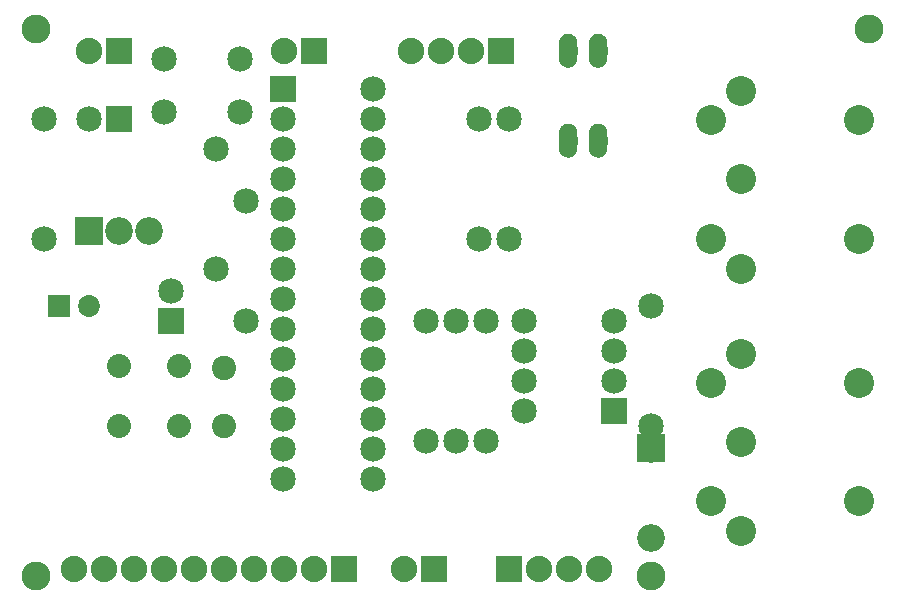
<source format=gbs>
G04 MADE WITH FRITZING*
G04 WWW.FRITZING.ORG*
G04 DOUBLE SIDED*
G04 HOLES PLATED*
G04 CONTOUR ON CENTER OF CONTOUR VECTOR*
%ASAXBY*%
%FSLAX23Y23*%
%MOIN*%
%OFA0B0*%
%SFA1.0B1.0*%
%ADD10C,0.085000*%
%ADD11C,0.072992*%
%ADD12C,0.096614*%
%ADD13C,0.088000*%
%ADD14C,0.080000*%
%ADD15C,0.080925*%
%ADD16C,0.080866*%
%ADD17C,0.092000*%
%ADD18C,0.100000*%
%ADD19C,0.062000*%
%ADD20R,0.072992X0.072992*%
%ADD21R,0.088000X0.088000*%
%ADD22R,0.085000X0.085000*%
%ADD23R,0.092000X0.092000*%
%ADD24R,0.001000X0.001000*%
%LNMASK0*%
G90*
G70*
G54D10*
X786Y910D03*
X786Y1310D03*
X111Y1185D03*
X111Y1585D03*
G54D11*
X162Y960D03*
X261Y960D03*
G54D12*
X2861Y1885D03*
X2136Y60D03*
X86Y60D03*
X86Y1885D03*
G54D13*
X1011Y1810D03*
X911Y1810D03*
X1661Y85D03*
X1761Y85D03*
X1861Y85D03*
X1961Y85D03*
G54D10*
X910Y1684D03*
X1210Y1684D03*
X910Y1584D03*
X1210Y1584D03*
X910Y1484D03*
X1210Y1484D03*
X910Y1384D03*
X1210Y1384D03*
X910Y1284D03*
X1210Y1284D03*
X910Y1184D03*
X1210Y1184D03*
X910Y1084D03*
X1210Y1084D03*
X910Y984D03*
X1210Y984D03*
X910Y884D03*
X1210Y884D03*
X910Y784D03*
X1210Y784D03*
X910Y684D03*
X1210Y684D03*
X910Y584D03*
X1210Y584D03*
X910Y484D03*
X1210Y484D03*
X910Y384D03*
X1210Y384D03*
G54D14*
X561Y760D03*
X361Y760D03*
X561Y560D03*
X361Y560D03*
G54D10*
X686Y1085D03*
X686Y1485D03*
X767Y1608D03*
X511Y1608D03*
X767Y1785D03*
X511Y1785D03*
G54D15*
X711Y753D03*
G54D16*
X711Y560D03*
G54D17*
X261Y1210D03*
X361Y1210D03*
X461Y1210D03*
G54D10*
X361Y1585D03*
X261Y1585D03*
X536Y910D03*
X536Y1010D03*
G54D13*
X361Y1810D03*
X261Y1810D03*
X1636Y1810D03*
X1536Y1810D03*
X1436Y1810D03*
X1336Y1810D03*
X1411Y85D03*
X1311Y85D03*
G54D10*
X1386Y910D03*
X1386Y510D03*
G54D13*
X1111Y85D03*
X1011Y85D03*
X911Y85D03*
X811Y85D03*
X711Y85D03*
X611Y85D03*
X511Y85D03*
X411Y85D03*
X311Y85D03*
X211Y85D03*
G54D18*
X2435Y507D03*
X2435Y801D03*
X2435Y210D03*
X2336Y310D03*
X2335Y704D03*
X2828Y310D03*
X2828Y704D03*
X2435Y1382D03*
X2435Y1676D03*
X2435Y1085D03*
X2336Y1185D03*
X2335Y1579D03*
X2828Y1185D03*
X2828Y1579D03*
G54D19*
X1861Y1510D03*
X1961Y1510D03*
X1961Y1810D03*
X1861Y1810D03*
G54D10*
X1561Y1185D03*
X1561Y1585D03*
X1661Y1185D03*
X1661Y1585D03*
X2011Y610D03*
X1711Y610D03*
X2011Y710D03*
X1711Y710D03*
X2011Y810D03*
X1711Y810D03*
X2011Y910D03*
X1711Y910D03*
X1586Y510D03*
X1586Y910D03*
X1486Y510D03*
X1486Y910D03*
G54D17*
X2136Y485D03*
X2136Y187D03*
G54D10*
X2136Y960D03*
X2136Y560D03*
G54D20*
X162Y960D03*
G54D21*
X1011Y1810D03*
X1661Y85D03*
G54D22*
X910Y1684D03*
G54D23*
X261Y1210D03*
G54D22*
X361Y1585D03*
X536Y910D03*
G54D21*
X361Y1810D03*
X1636Y1810D03*
X1411Y85D03*
X1111Y85D03*
G54D22*
X2011Y610D03*
G54D23*
X2136Y486D03*
G54D24*
X1856Y1868D02*
X1864Y1868D01*
X1956Y1868D02*
X1964Y1868D01*
X1852Y1867D02*
X1868Y1867D01*
X1952Y1867D02*
X1968Y1867D01*
X1849Y1866D02*
X1871Y1866D01*
X1949Y1866D02*
X1971Y1866D01*
X1847Y1865D02*
X1873Y1865D01*
X1947Y1865D02*
X1973Y1865D01*
X1845Y1864D02*
X1875Y1864D01*
X1945Y1864D02*
X1974Y1864D01*
X1843Y1863D02*
X1876Y1863D01*
X1943Y1863D02*
X1976Y1863D01*
X1842Y1862D02*
X1877Y1862D01*
X1942Y1862D02*
X1977Y1862D01*
X1841Y1861D02*
X1879Y1861D01*
X1941Y1861D02*
X1979Y1861D01*
X1840Y1860D02*
X1880Y1860D01*
X1940Y1860D02*
X1980Y1860D01*
X1839Y1859D02*
X1881Y1859D01*
X1939Y1859D02*
X1981Y1859D01*
X1838Y1858D02*
X1882Y1858D01*
X1938Y1858D02*
X1982Y1858D01*
X1837Y1857D02*
X1883Y1857D01*
X1937Y1857D02*
X1983Y1857D01*
X1836Y1856D02*
X1884Y1856D01*
X1936Y1856D02*
X1984Y1856D01*
X1835Y1855D02*
X1884Y1855D01*
X1935Y1855D02*
X1984Y1855D01*
X1834Y1854D02*
X1885Y1854D01*
X1934Y1854D02*
X1985Y1854D01*
X1834Y1853D02*
X1886Y1853D01*
X1934Y1853D02*
X1986Y1853D01*
X1833Y1852D02*
X1886Y1852D01*
X1933Y1852D02*
X1986Y1852D01*
X1833Y1851D02*
X1887Y1851D01*
X1933Y1851D02*
X1987Y1851D01*
X1832Y1850D02*
X1887Y1850D01*
X1932Y1850D02*
X1987Y1850D01*
X1832Y1849D02*
X1888Y1849D01*
X1932Y1849D02*
X1988Y1849D01*
X1831Y1848D02*
X1888Y1848D01*
X1931Y1848D02*
X1988Y1848D01*
X1831Y1847D02*
X1889Y1847D01*
X1931Y1847D02*
X1989Y1847D01*
X1831Y1846D02*
X1889Y1846D01*
X1931Y1846D02*
X1989Y1846D01*
X1830Y1845D02*
X1889Y1845D01*
X1930Y1845D02*
X1989Y1845D01*
X1830Y1844D02*
X1889Y1844D01*
X1930Y1844D02*
X1989Y1844D01*
X1830Y1843D02*
X1890Y1843D01*
X1930Y1843D02*
X1990Y1843D01*
X1830Y1842D02*
X1890Y1842D01*
X1930Y1842D02*
X1990Y1842D01*
X1829Y1841D02*
X1890Y1841D01*
X1929Y1841D02*
X1990Y1841D01*
X1829Y1840D02*
X1890Y1840D01*
X1929Y1840D02*
X1990Y1840D01*
X1829Y1839D02*
X1890Y1839D01*
X1929Y1839D02*
X1990Y1839D01*
X1829Y1838D02*
X1890Y1838D01*
X1929Y1838D02*
X1990Y1838D01*
X1829Y1837D02*
X1890Y1837D01*
X1929Y1837D02*
X1990Y1837D01*
X1829Y1836D02*
X1890Y1836D01*
X1929Y1836D02*
X1990Y1836D01*
X1829Y1835D02*
X1890Y1835D01*
X1929Y1835D02*
X1990Y1835D01*
X1829Y1834D02*
X1890Y1834D01*
X1929Y1834D02*
X1990Y1834D01*
X1829Y1833D02*
X1890Y1833D01*
X1929Y1833D02*
X1990Y1833D01*
X1829Y1832D02*
X1890Y1832D01*
X1929Y1832D02*
X1990Y1832D01*
X1829Y1831D02*
X1890Y1831D01*
X1929Y1831D02*
X1990Y1831D01*
X1829Y1830D02*
X1890Y1830D01*
X1929Y1830D02*
X1990Y1830D01*
X1829Y1829D02*
X1890Y1829D01*
X1929Y1829D02*
X1990Y1829D01*
X1829Y1828D02*
X1890Y1828D01*
X1929Y1828D02*
X1990Y1828D01*
X1829Y1827D02*
X1890Y1827D01*
X1929Y1827D02*
X1990Y1827D01*
X1829Y1826D02*
X1890Y1826D01*
X1929Y1826D02*
X1990Y1826D01*
X1829Y1825D02*
X1890Y1825D01*
X1929Y1825D02*
X1990Y1825D01*
X1829Y1824D02*
X1890Y1824D01*
X1929Y1824D02*
X1990Y1824D01*
X1829Y1823D02*
X1890Y1823D01*
X1929Y1823D02*
X1990Y1823D01*
X1829Y1822D02*
X1856Y1822D01*
X1863Y1822D02*
X1890Y1822D01*
X1929Y1822D02*
X1956Y1822D01*
X1963Y1822D02*
X1990Y1822D01*
X1829Y1821D02*
X1853Y1821D01*
X1866Y1821D02*
X1890Y1821D01*
X1929Y1821D02*
X1953Y1821D01*
X1966Y1821D02*
X1990Y1821D01*
X1829Y1820D02*
X1852Y1820D01*
X1868Y1820D02*
X1890Y1820D01*
X1929Y1820D02*
X1952Y1820D01*
X1968Y1820D02*
X1990Y1820D01*
X1829Y1819D02*
X1851Y1819D01*
X1869Y1819D02*
X1890Y1819D01*
X1929Y1819D02*
X1951Y1819D01*
X1969Y1819D02*
X1990Y1819D01*
X1829Y1818D02*
X1850Y1818D01*
X1869Y1818D02*
X1890Y1818D01*
X1929Y1818D02*
X1950Y1818D01*
X1969Y1818D02*
X1990Y1818D01*
X1829Y1817D02*
X1849Y1817D01*
X1870Y1817D02*
X1890Y1817D01*
X1929Y1817D02*
X1949Y1817D01*
X1970Y1817D02*
X1990Y1817D01*
X1829Y1816D02*
X1849Y1816D01*
X1870Y1816D02*
X1890Y1816D01*
X1929Y1816D02*
X1949Y1816D01*
X1970Y1816D02*
X1990Y1816D01*
X1829Y1815D02*
X1849Y1815D01*
X1871Y1815D02*
X1890Y1815D01*
X1929Y1815D02*
X1949Y1815D01*
X1971Y1815D02*
X1990Y1815D01*
X1829Y1814D02*
X1848Y1814D01*
X1871Y1814D02*
X1890Y1814D01*
X1929Y1814D02*
X1948Y1814D01*
X1971Y1814D02*
X1990Y1814D01*
X1829Y1813D02*
X1848Y1813D01*
X1871Y1813D02*
X1890Y1813D01*
X1929Y1813D02*
X1948Y1813D01*
X1971Y1813D02*
X1990Y1813D01*
X1829Y1812D02*
X1848Y1812D01*
X1871Y1812D02*
X1890Y1812D01*
X1929Y1812D02*
X1948Y1812D01*
X1971Y1812D02*
X1990Y1812D01*
X1829Y1811D02*
X1848Y1811D01*
X1871Y1811D02*
X1890Y1811D01*
X1929Y1811D02*
X1948Y1811D01*
X1971Y1811D02*
X1990Y1811D01*
X1829Y1810D02*
X1848Y1810D01*
X1871Y1810D02*
X1890Y1810D01*
X1929Y1810D02*
X1948Y1810D01*
X1971Y1810D02*
X1990Y1810D01*
X1829Y1809D02*
X1848Y1809D01*
X1871Y1809D02*
X1890Y1809D01*
X1929Y1809D02*
X1948Y1809D01*
X1971Y1809D02*
X1990Y1809D01*
X1829Y1808D02*
X1849Y1808D01*
X1871Y1808D02*
X1890Y1808D01*
X1929Y1808D02*
X1949Y1808D01*
X1971Y1808D02*
X1990Y1808D01*
X1829Y1807D02*
X1849Y1807D01*
X1871Y1807D02*
X1890Y1807D01*
X1929Y1807D02*
X1949Y1807D01*
X1970Y1807D02*
X1990Y1807D01*
X1829Y1806D02*
X1849Y1806D01*
X1870Y1806D02*
X1890Y1806D01*
X1929Y1806D02*
X1949Y1806D01*
X1970Y1806D02*
X1990Y1806D01*
X1829Y1805D02*
X1850Y1805D01*
X1870Y1805D02*
X1890Y1805D01*
X1929Y1805D02*
X1950Y1805D01*
X1970Y1805D02*
X1990Y1805D01*
X1829Y1804D02*
X1851Y1804D01*
X1869Y1804D02*
X1890Y1804D01*
X1929Y1804D02*
X1951Y1804D01*
X1969Y1804D02*
X1990Y1804D01*
X1829Y1803D02*
X1852Y1803D01*
X1868Y1803D02*
X1890Y1803D01*
X1929Y1803D02*
X1952Y1803D01*
X1968Y1803D02*
X1990Y1803D01*
X1829Y1802D02*
X1853Y1802D01*
X1867Y1802D02*
X1890Y1802D01*
X1929Y1802D02*
X1953Y1802D01*
X1967Y1802D02*
X1990Y1802D01*
X1829Y1801D02*
X1855Y1801D01*
X1864Y1801D02*
X1890Y1801D01*
X1929Y1801D02*
X1955Y1801D01*
X1964Y1801D02*
X1990Y1801D01*
X1829Y1800D02*
X1890Y1800D01*
X1929Y1800D02*
X1990Y1800D01*
X1829Y1799D02*
X1890Y1799D01*
X1929Y1799D02*
X1990Y1799D01*
X1829Y1798D02*
X1890Y1798D01*
X1929Y1798D02*
X1990Y1798D01*
X1829Y1797D02*
X1890Y1797D01*
X1929Y1797D02*
X1990Y1797D01*
X1829Y1796D02*
X1890Y1796D01*
X1929Y1796D02*
X1990Y1796D01*
X1829Y1795D02*
X1890Y1795D01*
X1929Y1795D02*
X1990Y1795D01*
X1829Y1794D02*
X1890Y1794D01*
X1929Y1794D02*
X1990Y1794D01*
X1829Y1793D02*
X1890Y1793D01*
X1929Y1793D02*
X1990Y1793D01*
X1829Y1792D02*
X1890Y1792D01*
X1929Y1792D02*
X1990Y1792D01*
X1829Y1791D02*
X1890Y1791D01*
X1929Y1791D02*
X1990Y1791D01*
X1829Y1790D02*
X1890Y1790D01*
X1929Y1790D02*
X1990Y1790D01*
X1829Y1789D02*
X1890Y1789D01*
X1929Y1789D02*
X1990Y1789D01*
X1829Y1788D02*
X1890Y1788D01*
X1929Y1788D02*
X1990Y1788D01*
X1829Y1787D02*
X1890Y1787D01*
X1929Y1787D02*
X1990Y1787D01*
X1829Y1786D02*
X1890Y1786D01*
X1929Y1786D02*
X1990Y1786D01*
X1829Y1785D02*
X1890Y1785D01*
X1929Y1785D02*
X1990Y1785D01*
X1829Y1784D02*
X1890Y1784D01*
X1929Y1784D02*
X1990Y1784D01*
X1829Y1783D02*
X1890Y1783D01*
X1929Y1783D02*
X1990Y1783D01*
X1829Y1782D02*
X1890Y1782D01*
X1929Y1782D02*
X1990Y1782D01*
X1830Y1781D02*
X1890Y1781D01*
X1930Y1781D02*
X1990Y1781D01*
X1830Y1780D02*
X1890Y1780D01*
X1930Y1780D02*
X1990Y1780D01*
X1830Y1779D02*
X1889Y1779D01*
X1930Y1779D02*
X1989Y1779D01*
X1830Y1778D02*
X1889Y1778D01*
X1930Y1778D02*
X1989Y1778D01*
X1830Y1777D02*
X1889Y1777D01*
X1930Y1777D02*
X1989Y1777D01*
X1831Y1776D02*
X1889Y1776D01*
X1931Y1776D02*
X1989Y1776D01*
X1831Y1775D02*
X1888Y1775D01*
X1931Y1775D02*
X1988Y1775D01*
X1832Y1774D02*
X1888Y1774D01*
X1932Y1774D02*
X1988Y1774D01*
X1832Y1773D02*
X1887Y1773D01*
X1932Y1773D02*
X1987Y1773D01*
X1833Y1772D02*
X1887Y1772D01*
X1933Y1772D02*
X1987Y1772D01*
X1833Y1771D02*
X1886Y1771D01*
X1933Y1771D02*
X1986Y1771D01*
X1834Y1770D02*
X1886Y1770D01*
X1934Y1770D02*
X1986Y1770D01*
X1834Y1769D02*
X1885Y1769D01*
X1934Y1769D02*
X1985Y1769D01*
X1835Y1768D02*
X1884Y1768D01*
X1935Y1768D02*
X1984Y1768D01*
X1836Y1767D02*
X1884Y1767D01*
X1936Y1767D02*
X1984Y1767D01*
X1836Y1766D02*
X1883Y1766D01*
X1936Y1766D02*
X1983Y1766D01*
X1837Y1765D02*
X1882Y1765D01*
X1937Y1765D02*
X1982Y1765D01*
X1838Y1764D02*
X1881Y1764D01*
X1938Y1764D02*
X1981Y1764D01*
X1839Y1763D02*
X1880Y1763D01*
X1939Y1763D02*
X1980Y1763D01*
X1840Y1762D02*
X1879Y1762D01*
X1940Y1762D02*
X1979Y1762D01*
X1842Y1761D02*
X1878Y1761D01*
X1942Y1761D02*
X1978Y1761D01*
X1843Y1760D02*
X1876Y1760D01*
X1943Y1760D02*
X1976Y1760D01*
X1845Y1759D02*
X1875Y1759D01*
X1944Y1759D02*
X1975Y1759D01*
X1846Y1758D02*
X1873Y1758D01*
X1946Y1758D02*
X1973Y1758D01*
X1848Y1757D02*
X1871Y1757D01*
X1948Y1757D02*
X1971Y1757D01*
X1851Y1756D02*
X1869Y1756D01*
X1951Y1756D02*
X1969Y1756D01*
X1854Y1755D02*
X1865Y1755D01*
X1954Y1755D02*
X1965Y1755D01*
X1855Y1568D02*
X1864Y1568D01*
X1955Y1568D02*
X1964Y1568D01*
X1851Y1567D02*
X1868Y1567D01*
X1951Y1567D02*
X1968Y1567D01*
X1849Y1566D02*
X1871Y1566D01*
X1949Y1566D02*
X1971Y1566D01*
X1847Y1565D02*
X1873Y1565D01*
X1947Y1565D02*
X1973Y1565D01*
X1845Y1564D02*
X1875Y1564D01*
X1945Y1564D02*
X1975Y1564D01*
X1843Y1563D02*
X1876Y1563D01*
X1943Y1563D02*
X1976Y1563D01*
X1842Y1562D02*
X1878Y1562D01*
X1942Y1562D02*
X1978Y1562D01*
X1841Y1561D02*
X1879Y1561D01*
X1941Y1561D02*
X1979Y1561D01*
X1840Y1560D02*
X1880Y1560D01*
X1939Y1560D02*
X1980Y1560D01*
X1838Y1559D02*
X1881Y1559D01*
X1938Y1559D02*
X1981Y1559D01*
X1838Y1558D02*
X1882Y1558D01*
X1938Y1558D02*
X1982Y1558D01*
X1837Y1557D02*
X1883Y1557D01*
X1937Y1557D02*
X1983Y1557D01*
X1836Y1556D02*
X1884Y1556D01*
X1936Y1556D02*
X1984Y1556D01*
X1835Y1555D02*
X1884Y1555D01*
X1935Y1555D02*
X1984Y1555D01*
X1834Y1554D02*
X1885Y1554D01*
X1934Y1554D02*
X1985Y1554D01*
X1834Y1553D02*
X1886Y1553D01*
X1934Y1553D02*
X1986Y1553D01*
X1833Y1552D02*
X1886Y1552D01*
X1933Y1552D02*
X1986Y1552D01*
X1833Y1551D02*
X1887Y1551D01*
X1933Y1551D02*
X1987Y1551D01*
X1832Y1550D02*
X1887Y1550D01*
X1932Y1550D02*
X1987Y1550D01*
X1832Y1549D02*
X1888Y1549D01*
X1932Y1549D02*
X1988Y1549D01*
X1831Y1548D02*
X1888Y1548D01*
X1931Y1548D02*
X1988Y1548D01*
X1831Y1547D02*
X1889Y1547D01*
X1931Y1547D02*
X1989Y1547D01*
X1831Y1546D02*
X1889Y1546D01*
X1931Y1546D02*
X1989Y1546D01*
X1830Y1545D02*
X1889Y1545D01*
X1930Y1545D02*
X1989Y1545D01*
X1830Y1544D02*
X1889Y1544D01*
X1930Y1544D02*
X1989Y1544D01*
X1830Y1543D02*
X1890Y1543D01*
X1930Y1543D02*
X1990Y1543D01*
X1830Y1542D02*
X1890Y1542D01*
X1930Y1542D02*
X1990Y1542D01*
X1829Y1541D02*
X1890Y1541D01*
X1929Y1541D02*
X1990Y1541D01*
X1829Y1540D02*
X1890Y1540D01*
X1929Y1540D02*
X1990Y1540D01*
X1829Y1539D02*
X1890Y1539D01*
X1929Y1539D02*
X1990Y1539D01*
X1829Y1538D02*
X1890Y1538D01*
X1929Y1538D02*
X1990Y1538D01*
X1829Y1537D02*
X1890Y1537D01*
X1929Y1537D02*
X1990Y1537D01*
X1829Y1536D02*
X1890Y1536D01*
X1929Y1536D02*
X1990Y1536D01*
X1829Y1535D02*
X1890Y1535D01*
X1929Y1535D02*
X1990Y1535D01*
X1829Y1534D02*
X1890Y1534D01*
X1929Y1534D02*
X1990Y1534D01*
X1829Y1533D02*
X1890Y1533D01*
X1929Y1533D02*
X1990Y1533D01*
X1829Y1532D02*
X1890Y1532D01*
X1929Y1532D02*
X1990Y1532D01*
X1829Y1531D02*
X1890Y1531D01*
X1929Y1531D02*
X1990Y1531D01*
X1829Y1530D02*
X1890Y1530D01*
X1929Y1530D02*
X1990Y1530D01*
X1829Y1529D02*
X1890Y1529D01*
X1929Y1529D02*
X1990Y1529D01*
X1829Y1528D02*
X1890Y1528D01*
X1929Y1528D02*
X1990Y1528D01*
X1829Y1527D02*
X1890Y1527D01*
X1929Y1527D02*
X1990Y1527D01*
X1829Y1526D02*
X1890Y1526D01*
X1929Y1526D02*
X1990Y1526D01*
X1829Y1525D02*
X1890Y1525D01*
X1929Y1525D02*
X1990Y1525D01*
X1829Y1524D02*
X1890Y1524D01*
X1929Y1524D02*
X1990Y1524D01*
X1829Y1523D02*
X1890Y1523D01*
X1929Y1523D02*
X1990Y1523D01*
X1829Y1522D02*
X1856Y1522D01*
X1864Y1522D02*
X1890Y1522D01*
X1929Y1522D02*
X1956Y1522D01*
X1964Y1522D02*
X1990Y1522D01*
X1829Y1521D02*
X1853Y1521D01*
X1866Y1521D02*
X1890Y1521D01*
X1929Y1521D02*
X1953Y1521D01*
X1966Y1521D02*
X1990Y1521D01*
X1829Y1520D02*
X1852Y1520D01*
X1868Y1520D02*
X1890Y1520D01*
X1929Y1520D02*
X1952Y1520D01*
X1968Y1520D02*
X1990Y1520D01*
X1829Y1519D02*
X1851Y1519D01*
X1869Y1519D02*
X1890Y1519D01*
X1929Y1519D02*
X1951Y1519D01*
X1969Y1519D02*
X1990Y1519D01*
X1829Y1518D02*
X1850Y1518D01*
X1869Y1518D02*
X1890Y1518D01*
X1929Y1518D02*
X1950Y1518D01*
X1969Y1518D02*
X1990Y1518D01*
X1829Y1517D02*
X1849Y1517D01*
X1870Y1517D02*
X1890Y1517D01*
X1929Y1517D02*
X1949Y1517D01*
X1970Y1517D02*
X1990Y1517D01*
X1829Y1516D02*
X1849Y1516D01*
X1870Y1516D02*
X1890Y1516D01*
X1929Y1516D02*
X1949Y1516D01*
X1970Y1516D02*
X1990Y1516D01*
X1829Y1515D02*
X1849Y1515D01*
X1871Y1515D02*
X1890Y1515D01*
X1929Y1515D02*
X1949Y1515D01*
X1971Y1515D02*
X1990Y1515D01*
X1829Y1514D02*
X1848Y1514D01*
X1871Y1514D02*
X1890Y1514D01*
X1929Y1514D02*
X1948Y1514D01*
X1971Y1514D02*
X1990Y1514D01*
X1829Y1513D02*
X1848Y1513D01*
X1871Y1513D02*
X1890Y1513D01*
X1929Y1513D02*
X1948Y1513D01*
X1971Y1513D02*
X1990Y1513D01*
X1829Y1512D02*
X1848Y1512D01*
X1871Y1512D02*
X1890Y1512D01*
X1929Y1512D02*
X1948Y1512D01*
X1971Y1512D02*
X1990Y1512D01*
X1829Y1511D02*
X1848Y1511D01*
X1871Y1511D02*
X1890Y1511D01*
X1929Y1511D02*
X1948Y1511D01*
X1971Y1511D02*
X1990Y1511D01*
X1829Y1510D02*
X1848Y1510D01*
X1871Y1510D02*
X1890Y1510D01*
X1929Y1510D02*
X1948Y1510D01*
X1971Y1510D02*
X1990Y1510D01*
X1829Y1509D02*
X1848Y1509D01*
X1871Y1509D02*
X1890Y1509D01*
X1929Y1509D02*
X1948Y1509D01*
X1971Y1509D02*
X1990Y1509D01*
X1829Y1508D02*
X1849Y1508D01*
X1871Y1508D02*
X1890Y1508D01*
X1929Y1508D02*
X1949Y1508D01*
X1971Y1508D02*
X1990Y1508D01*
X1829Y1507D02*
X1849Y1507D01*
X1871Y1507D02*
X1890Y1507D01*
X1929Y1507D02*
X1949Y1507D01*
X1970Y1507D02*
X1990Y1507D01*
X1829Y1506D02*
X1849Y1506D01*
X1870Y1506D02*
X1890Y1506D01*
X1929Y1506D02*
X1949Y1506D01*
X1970Y1506D02*
X1990Y1506D01*
X1829Y1505D02*
X1850Y1505D01*
X1870Y1505D02*
X1890Y1505D01*
X1929Y1505D02*
X1950Y1505D01*
X1969Y1505D02*
X1990Y1505D01*
X1829Y1504D02*
X1851Y1504D01*
X1869Y1504D02*
X1890Y1504D01*
X1929Y1504D02*
X1951Y1504D01*
X1969Y1504D02*
X1990Y1504D01*
X1829Y1503D02*
X1852Y1503D01*
X1868Y1503D02*
X1890Y1503D01*
X1929Y1503D02*
X1952Y1503D01*
X1968Y1503D02*
X1990Y1503D01*
X1829Y1502D02*
X1853Y1502D01*
X1866Y1502D02*
X1890Y1502D01*
X1929Y1502D02*
X1953Y1502D01*
X1966Y1502D02*
X1990Y1502D01*
X1829Y1501D02*
X1855Y1501D01*
X1864Y1501D02*
X1890Y1501D01*
X1929Y1501D02*
X1955Y1501D01*
X1964Y1501D02*
X1990Y1501D01*
X1829Y1500D02*
X1890Y1500D01*
X1929Y1500D02*
X1990Y1500D01*
X1829Y1499D02*
X1890Y1499D01*
X1929Y1499D02*
X1990Y1499D01*
X1829Y1498D02*
X1890Y1498D01*
X1929Y1498D02*
X1990Y1498D01*
X1829Y1497D02*
X1890Y1497D01*
X1929Y1497D02*
X1990Y1497D01*
X1829Y1496D02*
X1890Y1496D01*
X1929Y1496D02*
X1990Y1496D01*
X1829Y1495D02*
X1890Y1495D01*
X1929Y1495D02*
X1990Y1495D01*
X1829Y1494D02*
X1890Y1494D01*
X1929Y1494D02*
X1990Y1494D01*
X1829Y1493D02*
X1890Y1493D01*
X1929Y1493D02*
X1990Y1493D01*
X1829Y1492D02*
X1890Y1492D01*
X1929Y1492D02*
X1990Y1492D01*
X1829Y1491D02*
X1890Y1491D01*
X1929Y1491D02*
X1990Y1491D01*
X1829Y1490D02*
X1890Y1490D01*
X1929Y1490D02*
X1990Y1490D01*
X1829Y1489D02*
X1890Y1489D01*
X1929Y1489D02*
X1990Y1489D01*
X1829Y1488D02*
X1890Y1488D01*
X1929Y1488D02*
X1990Y1488D01*
X1829Y1487D02*
X1890Y1487D01*
X1929Y1487D02*
X1990Y1487D01*
X1829Y1486D02*
X1890Y1486D01*
X1929Y1486D02*
X1990Y1486D01*
X1829Y1485D02*
X1890Y1485D01*
X1929Y1485D02*
X1990Y1485D01*
X1829Y1484D02*
X1890Y1484D01*
X1929Y1484D02*
X1990Y1484D01*
X1829Y1483D02*
X1890Y1483D01*
X1929Y1483D02*
X1990Y1483D01*
X1829Y1482D02*
X1890Y1482D01*
X1929Y1482D02*
X1990Y1482D01*
X1830Y1481D02*
X1890Y1481D01*
X1930Y1481D02*
X1990Y1481D01*
X1830Y1480D02*
X1890Y1480D01*
X1930Y1480D02*
X1990Y1480D01*
X1830Y1479D02*
X1889Y1479D01*
X1930Y1479D02*
X1989Y1479D01*
X1830Y1478D02*
X1889Y1478D01*
X1930Y1478D02*
X1989Y1478D01*
X1831Y1477D02*
X1889Y1477D01*
X1931Y1477D02*
X1989Y1477D01*
X1831Y1476D02*
X1889Y1476D01*
X1931Y1476D02*
X1989Y1476D01*
X1831Y1475D02*
X1888Y1475D01*
X1931Y1475D02*
X1988Y1475D01*
X1832Y1474D02*
X1888Y1474D01*
X1932Y1474D02*
X1988Y1474D01*
X1832Y1473D02*
X1887Y1473D01*
X1932Y1473D02*
X1987Y1473D01*
X1833Y1472D02*
X1887Y1472D01*
X1933Y1472D02*
X1987Y1472D01*
X1833Y1471D02*
X1886Y1471D01*
X1933Y1471D02*
X1986Y1471D01*
X1834Y1470D02*
X1886Y1470D01*
X1934Y1470D02*
X1986Y1470D01*
X1834Y1469D02*
X1885Y1469D01*
X1934Y1469D02*
X1985Y1469D01*
X1835Y1468D02*
X1884Y1468D01*
X1935Y1468D02*
X1984Y1468D01*
X1836Y1467D02*
X1884Y1467D01*
X1936Y1467D02*
X1984Y1467D01*
X1837Y1466D02*
X1883Y1466D01*
X1937Y1466D02*
X1983Y1466D01*
X1837Y1465D02*
X1882Y1465D01*
X1937Y1465D02*
X1982Y1465D01*
X1838Y1464D02*
X1881Y1464D01*
X1938Y1464D02*
X1981Y1464D01*
X1839Y1463D02*
X1880Y1463D01*
X1939Y1463D02*
X1980Y1463D01*
X1840Y1462D02*
X1879Y1462D01*
X1940Y1462D02*
X1979Y1462D01*
X1842Y1461D02*
X1878Y1461D01*
X1942Y1461D02*
X1978Y1461D01*
X1843Y1460D02*
X1876Y1460D01*
X1943Y1460D02*
X1976Y1460D01*
X1845Y1459D02*
X1875Y1459D01*
X1945Y1459D02*
X1975Y1459D01*
X1846Y1458D02*
X1873Y1458D01*
X1946Y1458D02*
X1973Y1458D01*
X1848Y1457D02*
X1871Y1457D01*
X1948Y1457D02*
X1971Y1457D01*
X1851Y1456D02*
X1868Y1456D01*
X1951Y1456D02*
X1968Y1456D01*
X1855Y1455D02*
X1865Y1455D01*
X1955Y1455D02*
X1965Y1455D01*
D02*
G04 End of Mask0*
M02*
</source>
